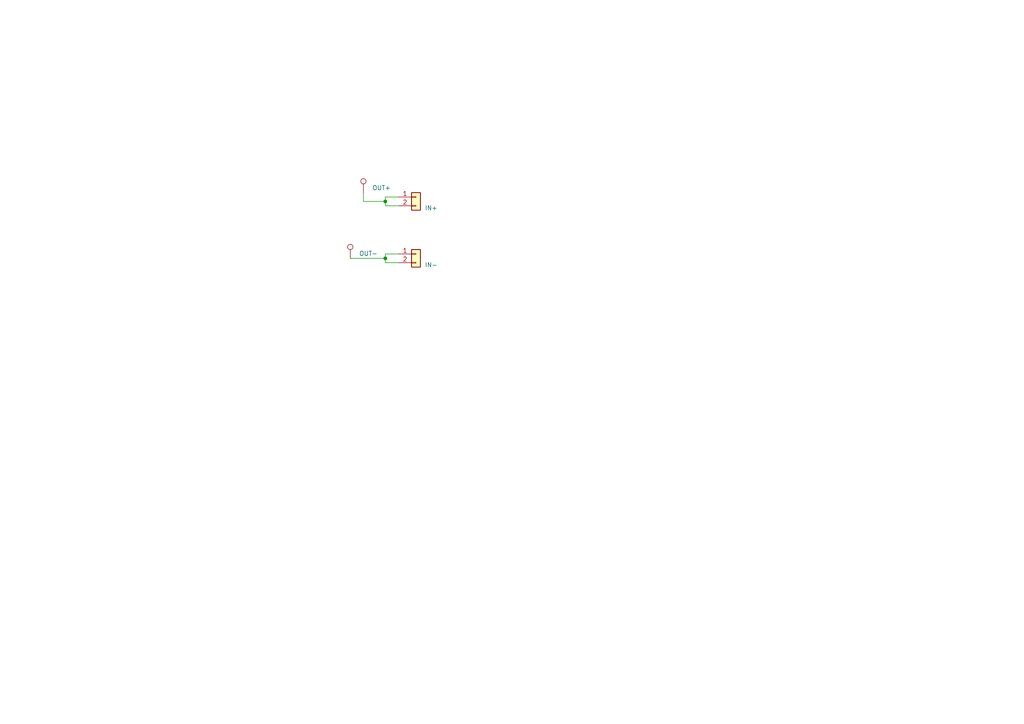
<source format=kicad_sch>
(kicad_sch (version 20230121) (generator eeschema)
  (paper "A4")
  (lib_symbols
    (symbol "Connector:TestPoint" (pin_numbers hide) (pin_names (offset 0.762) hide)
      (property "Reference" "TP" (at 0 6.858 0))
      (property "Value" "TestPoint" (at 0 5.08 0))
      (symbol "TestPoint_0_1"
        (circle (center 0 3.302) (radius 0.762))
      )
      (symbol "TestPoint_1_1"
        (pin passive line (at 0 0 90) (length 2.54) (name "1") (number "1"))
      )
    )
    (symbol "Connector_Generic:Conn_01x02" (pin_names (offset 1.016) hide)
      (property "Reference" "J" (at 0 2.54 0))
      (property "Value" "Conn_01x02" (at 0 -5.08 0))
      (symbol "Conn_01x02_1_1"
        (rectangle (start -1.27 -2.413) (end 0 -2.667) (stroke (width 0.1524)))
        (rectangle (start -1.27 0.127) (end 0 -0.127) (stroke (width 0.1524)))
        (rectangle (start -1.27 1.27) (end 1.27 -3.81) (stroke (width 0.254)) (fill (type background)))
        (pin passive line (at -5.08 0 0) (length 3.81) (name "Pin_1") (number "1"))
        (pin passive line (at -5.08 -2.54 0) (length 3.81) (name "Pin_2") (number "2"))
      )
    )
  )
  (junction (at 111.76 74.93))
  (junction (at 111.76 58.42))
  (wire (pts (xy 115.57 73.66) (xy 111.76 73.66)))
  (wire (pts (xy 111.76 58.42) (xy 111.76 59.69)))
  (wire (pts (xy 111.76 73.66) (xy 111.76 74.93)))
  (wire (pts (xy 111.76 76.2) (xy 115.57 76.2)))
  (wire (pts (xy 105.41 55.88) (xy 105.41 58.42)))
  (wire (pts (xy 101.6 74.93) (xy 111.76 74.93)))
  (wire (pts (xy 105.41 58.42) (xy 111.76 58.42)))
  (wire (pts (xy 115.57 57.15) (xy 111.76 57.15)))
  (wire (pts (xy 111.76 74.93) (xy 111.76 76.2)))
  (wire (pts (xy 111.76 59.69) (xy 115.57 59.69)))
  (wire (pts (xy 111.76 57.15) (xy 111.76 58.42)))
  (symbol (lib_id "Connector:TestPoint") (at 101.6 74.93 0) (unit 1)
    (property "Reference" "OUT_NEG1" (effects hide))
    (property "Value" "OUT-" (at 104.14 73.533 0) (effects (justify left)))
    (property "Footprint" "TestPoint:TestPoint_Pad_4.0x4.0mm" (effects hide))
  )
  (symbol (lib_id "Connector_Generic:Conn_01x02") (at 120.65 57.15 0) (unit 1)
    (property "Reference" "S1" (effects hide))
    (property "Value" "IN+" (at 123.19 60.325 0) (effects (justify left)))
    (property "Footprint" "Connector_Wire:SolderWire-0.5sqmm_1x02_P4.8mm_D0.9mm_OD2.3mm" (effects hide))
  )
  (symbol (lib_id "Connector_Generic:Conn_01x02") (at 120.65 73.66 0) (unit 1)
    (property "Reference" "S2" (effects hide))
    (property "Value" "IN-" (at 123.19 76.835 0) (effects (justify left)))
    (property "Footprint" "Connector_Wire:SolderWire-0.5sqmm_1x02_P4.8mm_D0.9mm_OD2.3mm" (effects hide))
  )
  (symbol (lib_id "Connector:TestPoint") (at 105.41 55.88 0) (unit 1)
    (property "Reference" "OUT_POS1" (effects hide))
    (property "Value" "OUT+" (at 107.95 54.483 0) (effects (justify left)))
    (property "Footprint" "TestPoint:TestPoint_Pad_4.0x4.0mm" (effects hide))
  )
)
</source>
